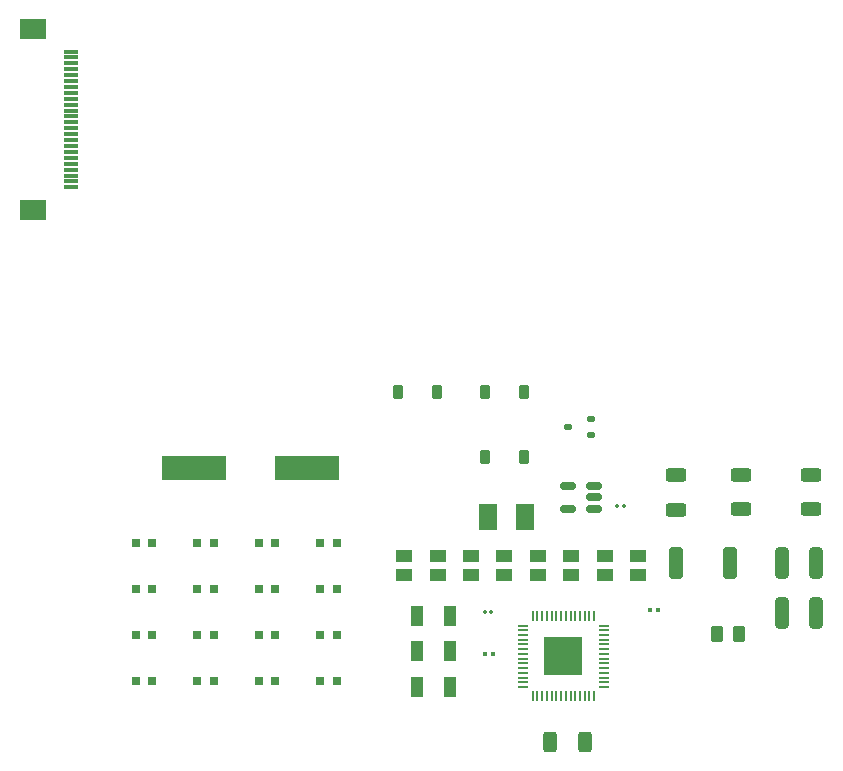
<source format=gbr>
%TF.GenerationSoftware,KiCad,Pcbnew,8.0.6-8.0.6-0~ubuntu22.04.1*%
%TF.CreationDate,2024-12-08T13:20:39-05:00*%
%TF.ProjectId,badge,62616467-652e-46b6-9963-61645f706362,rev?*%
%TF.SameCoordinates,Original*%
%TF.FileFunction,Paste,Bot*%
%TF.FilePolarity,Positive*%
%FSLAX46Y46*%
G04 Gerber Fmt 4.6, Leading zero omitted, Abs format (unit mm)*
G04 Created by KiCad (PCBNEW 8.0.6-8.0.6-0~ubuntu22.04.1) date 2024-12-08 13:20:39*
%MOMM*%
%LPD*%
G01*
G04 APERTURE LIST*
G04 Aperture macros list*
%AMRoundRect*
0 Rectangle with rounded corners*
0 $1 Rounding radius*
0 $2 $3 $4 $5 $6 $7 $8 $9 X,Y pos of 4 corners*
0 Add a 4 corners polygon primitive as box body*
4,1,4,$2,$3,$4,$5,$6,$7,$8,$9,$2,$3,0*
0 Add four circle primitives for the rounded corners*
1,1,$1+$1,$2,$3*
1,1,$1+$1,$4,$5*
1,1,$1+$1,$6,$7*
1,1,$1+$1,$8,$9*
0 Add four rect primitives between the rounded corners*
20,1,$1+$1,$2,$3,$4,$5,0*
20,1,$1+$1,$4,$5,$6,$7,0*
20,1,$1+$1,$6,$7,$8,$9,0*
20,1,$1+$1,$8,$9,$2,$3,0*%
G04 Aperture macros list end*
%ADD10C,0.000000*%
%ADD11RoundRect,0.250000X0.312500X0.625000X-0.312500X0.625000X-0.312500X-0.625000X0.312500X-0.625000X0*%
%ADD12R,0.700000X0.700000*%
%ADD13R,1.470000X1.020000*%
%ADD14R,1.300000X0.300000*%
%ADD15R,2.200000X1.800000*%
%ADD16RoundRect,0.079500X-0.079500X-0.100500X0.079500X-0.100500X0.079500X0.100500X-0.079500X0.100500X0*%
%ADD17R,1.100000X1.820000*%
%ADD18RoundRect,0.112500X-0.237500X0.112500X-0.237500X-0.112500X0.237500X-0.112500X0.237500X0.112500X0*%
%ADD19RoundRect,0.250000X0.312500X1.075000X-0.312500X1.075000X-0.312500X-1.075000X0.312500X-1.075000X0*%
%ADD20RoundRect,0.225000X0.225000X0.375000X-0.225000X0.375000X-0.225000X-0.375000X0.225000X-0.375000X0*%
%ADD21R,5.499100X2.108200*%
%ADD22RoundRect,0.250000X-0.625000X0.312500X-0.625000X-0.312500X0.625000X-0.312500X0.625000X0.312500X0*%
%ADD23RoundRect,0.067500X0.067500X0.067500X-0.067500X0.067500X-0.067500X-0.067500X0.067500X-0.067500X0*%
%ADD24RoundRect,0.250000X0.362500X1.075000X-0.362500X1.075000X-0.362500X-1.075000X0.362500X-1.075000X0*%
%ADD25RoundRect,0.250000X0.262500X0.450000X-0.262500X0.450000X-0.262500X-0.450000X0.262500X-0.450000X0*%
%ADD26R,1.650000X2.250000*%
%ADD27R,0.812800X0.177800*%
%ADD28R,0.177800X0.812800*%
%ADD29R,3.200400X3.200400*%
%ADD30RoundRect,0.150000X0.512500X0.150000X-0.512500X0.150000X-0.512500X-0.150000X0.512500X-0.150000X0*%
%ADD31RoundRect,0.079500X0.079500X0.100500X-0.079500X0.100500X-0.079500X-0.100500X0.079500X-0.100500X0*%
G04 APERTURE END LIST*
D10*
%TO.C,U1*%
G36*
X167070000Y-134113600D02*
G01*
X165669800Y-134113600D01*
X165669800Y-132713400D01*
X167070000Y-132713400D01*
X167070000Y-134113600D01*
G37*
G36*
X167070000Y-135713800D02*
G01*
X165669800Y-135713800D01*
X165669800Y-134313600D01*
X167070000Y-134313600D01*
X167070000Y-135713800D01*
G37*
G36*
X168670200Y-134113600D02*
G01*
X167270000Y-134113600D01*
X167270000Y-132713400D01*
X168670200Y-132713400D01*
X168670200Y-134113600D01*
G37*
G36*
X168670200Y-135713800D02*
G01*
X167270000Y-135713800D01*
X167270000Y-134313600D01*
X168670200Y-134313600D01*
X168670200Y-135713800D01*
G37*
%TD*%
D11*
%TO.C,R4*%
X168962500Y-141500000D03*
X166037500Y-141500000D03*
%TD*%
D12*
%TO.C,C15*%
X142770000Y-136310000D03*
X141370000Y-136310000D03*
%TD*%
D13*
%TO.C,C5*%
X167830000Y-127310000D03*
X167830000Y-125690000D03*
%TD*%
D12*
%TO.C,C11*%
X147970000Y-136310000D03*
X146570000Y-136310000D03*
%TD*%
D14*
%TO.C,GDEY0213F1*%
X125516400Y-94513600D03*
X125516400Y-94013600D03*
X125516400Y-93513600D03*
X125516400Y-93013600D03*
X125516400Y-92513600D03*
X125516400Y-92013600D03*
X125516400Y-91513600D03*
X125516400Y-91013600D03*
X125516400Y-90513600D03*
X125516400Y-90013600D03*
X125516400Y-89513600D03*
X125516400Y-89013600D03*
X125516400Y-88513600D03*
X125516400Y-88013600D03*
X125516400Y-87513600D03*
X125516400Y-87013600D03*
X125516400Y-86513600D03*
X125516400Y-86013600D03*
X125516400Y-85513600D03*
X125516400Y-85013600D03*
X125516400Y-84513600D03*
X125516400Y-84013600D03*
X125516400Y-83513600D03*
X125516400Y-83013600D03*
D15*
X122266400Y-96413600D03*
X122266400Y-81113600D03*
%TD*%
D16*
%TO.C,R9*%
X160500000Y-134000000D03*
X161190000Y-134000000D03*
%TD*%
D12*
%TO.C,C17*%
X137570000Y-124610000D03*
X136170000Y-124610000D03*
%TD*%
D13*
%TO.C,C8*%
X159340000Y-127310000D03*
X159340000Y-125690000D03*
%TD*%
D12*
%TO.C,C10*%
X147970000Y-132410000D03*
X146570000Y-132410000D03*
%TD*%
D17*
%TO.C,SW1*%
X157530000Y-133810000D03*
X154810000Y-133810000D03*
%TD*%
D12*
%TO.C,C1*%
X147970000Y-124610000D03*
X146570000Y-124610000D03*
%TD*%
D13*
%TO.C,C9*%
X156510000Y-127310000D03*
X156510000Y-125690000D03*
%TD*%
D12*
%TO.C,C23*%
X132370000Y-132410000D03*
X130970000Y-132410000D03*
%TD*%
D13*
%TO.C,C16*%
X153680000Y-127310000D03*
X153680000Y-125690000D03*
%TD*%
D18*
%TO.C,Q1*%
X169520000Y-114160000D03*
X169520000Y-115460000D03*
X167520000Y-114810000D03*
%TD*%
D19*
%TO.C,R3*%
X188595000Y-130520000D03*
X185670000Y-130520000D03*
%TD*%
D13*
%TO.C,C3*%
X173490000Y-127310000D03*
X173490000Y-125690000D03*
%TD*%
%TO.C,C7*%
X162170000Y-127310000D03*
X162170000Y-125690000D03*
%TD*%
D20*
%TO.C,D3*%
X156470000Y-111810000D03*
X153170000Y-111810000D03*
%TD*%
D21*
%TO.C,Y1*%
X145464250Y-118310000D03*
X135875750Y-118310000D03*
%TD*%
D12*
%TO.C,C12*%
X142770000Y-124610000D03*
X141370000Y-124610000D03*
%TD*%
%TO.C,C21*%
X132370000Y-124610000D03*
X130970000Y-124610000D03*
%TD*%
%TO.C,C14*%
X142770000Y-132410000D03*
X141370000Y-132410000D03*
%TD*%
D22*
%TO.C,R5*%
X176670000Y-118885000D03*
X176670000Y-121810000D03*
%TD*%
D23*
%TO.C,R1*%
X161050000Y-130500000D03*
X160500000Y-130500000D03*
%TD*%
D12*
%TO.C,C25*%
X132370000Y-136310000D03*
X130970000Y-136310000D03*
%TD*%
D23*
%TO.C,R7*%
X172275000Y-121500000D03*
X171725000Y-121500000D03*
%TD*%
D20*
%TO.C,D5*%
X163820000Y-117310000D03*
X160520000Y-117310000D03*
%TD*%
D17*
%TO.C,C24*%
X157530000Y-130810000D03*
X154810000Y-130810000D03*
%TD*%
D24*
%TO.C,R11*%
X181295000Y-126310000D03*
X176670000Y-126310000D03*
%TD*%
D25*
%TO.C,R10*%
X181995000Y-132310000D03*
X180170000Y-132310000D03*
%TD*%
D12*
%TO.C,C18*%
X137570000Y-128510000D03*
X136170000Y-128510000D03*
%TD*%
%TO.C,C2*%
X147970000Y-128510000D03*
X146570000Y-128510000D03*
%TD*%
D22*
%TO.C,R6*%
X182170000Y-118847500D03*
X182170000Y-121772500D03*
%TD*%
D26*
%TO.C,D2*%
X163925000Y-122435000D03*
X160825000Y-122435000D03*
%TD*%
D27*
%TO.C,U1*%
X170573600Y-131613600D03*
X170573600Y-132013599D03*
X170573600Y-132413601D03*
X170573600Y-132813600D03*
X170573600Y-133213599D03*
X170573600Y-133613601D03*
X170573600Y-134013600D03*
X170573600Y-134413600D03*
X170573600Y-134813599D03*
X170573600Y-135213601D03*
X170573600Y-135613600D03*
X170573600Y-136013599D03*
X170573600Y-136413601D03*
X170573600Y-136813600D03*
D28*
X169770000Y-137617200D03*
X169370001Y-137617200D03*
X168969999Y-137617200D03*
X168570000Y-137617200D03*
X168170001Y-137617200D03*
X167769999Y-137617200D03*
X167370000Y-137617200D03*
X166970000Y-137617200D03*
X166570001Y-137617200D03*
X166169999Y-137617200D03*
X165770000Y-137617200D03*
X165370001Y-137617200D03*
X164969999Y-137617200D03*
X164570000Y-137617200D03*
D27*
X163766400Y-136813600D03*
X163766400Y-136413601D03*
X163766400Y-136013599D03*
X163766400Y-135613600D03*
X163766400Y-135213601D03*
X163766400Y-134813599D03*
X163766400Y-134413600D03*
X163766400Y-134013600D03*
X163766400Y-133613601D03*
X163766400Y-133213599D03*
X163766400Y-132813600D03*
X163766400Y-132413601D03*
X163766400Y-132013599D03*
X163766400Y-131613600D03*
D28*
X164570000Y-130810000D03*
X164969999Y-130810000D03*
X165370001Y-130810000D03*
X165770000Y-130810000D03*
X166169999Y-130810000D03*
X166570001Y-130810000D03*
X166970000Y-130810000D03*
X167370000Y-130810000D03*
X167769999Y-130810000D03*
X168170001Y-130810000D03*
X168570000Y-130810000D03*
X168969999Y-130810000D03*
X169370001Y-130810000D03*
X169770000Y-130810000D03*
D29*
X167170000Y-134213600D03*
%TD*%
D12*
%TO.C,C13*%
X142770000Y-128510000D03*
X141370000Y-128510000D03*
%TD*%
D13*
%TO.C,C6*%
X165000000Y-127310000D03*
X165000000Y-125690000D03*
%TD*%
D17*
%TO.C,C26*%
X157530000Y-136810000D03*
X154810000Y-136810000D03*
%TD*%
D12*
%TO.C,C19*%
X137570000Y-132410000D03*
X136170000Y-132410000D03*
%TD*%
D13*
%TO.C,C4*%
X170660000Y-127310000D03*
X170660000Y-125690000D03*
%TD*%
D12*
%TO.C,C20*%
X137570000Y-136310000D03*
X136170000Y-136310000D03*
%TD*%
D19*
%TO.C,R2*%
X188595000Y-126310000D03*
X185670000Y-126310000D03*
%TD*%
D30*
%TO.C,U2*%
X169795000Y-119810000D03*
X169795000Y-120760000D03*
X169795000Y-121710000D03*
X167520000Y-121710000D03*
X167520000Y-119810000D03*
%TD*%
D31*
%TO.C,R8*%
X175170000Y-130310000D03*
X174480000Y-130310000D03*
%TD*%
D12*
%TO.C,C22*%
X132370000Y-128510000D03*
X130970000Y-128510000D03*
%TD*%
D22*
%TO.C,R12*%
X188170000Y-118847500D03*
X188170000Y-121772500D03*
%TD*%
D20*
%TO.C,D4*%
X163820000Y-111810000D03*
X160520000Y-111810000D03*
%TD*%
M02*

</source>
